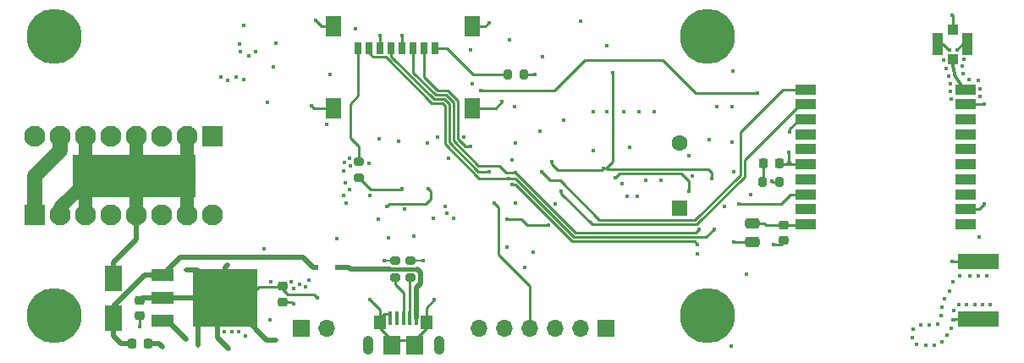
<source format=gbl>
%TF.GenerationSoftware,KiCad,Pcbnew,(6.0.5)*%
%TF.CreationDate,2023-05-13T15:18:51-04:00*%
%TF.ProjectId,SAP Mk2,53415020-4d6b-4322-9e6b-696361645f70,rev?*%
%TF.SameCoordinates,Original*%
%TF.FileFunction,Copper,L4,Bot*%
%TF.FilePolarity,Positive*%
%FSLAX46Y46*%
G04 Gerber Fmt 4.6, Leading zero omitted, Abs format (unit mm)*
G04 Created by KiCad (PCBNEW (6.0.5)) date 2023-05-13 15:18:51*
%MOMM*%
%LPD*%
G01*
G04 APERTURE LIST*
G04 Aperture macros list*
%AMRoundRect*
0 Rectangle with rounded corners*
0 $1 Rounding radius*
0 $2 $3 $4 $5 $6 $7 $8 $9 X,Y pos of 4 corners*
0 Add a 4 corners polygon primitive as box body*
4,1,4,$2,$3,$4,$5,$6,$7,$8,$9,$2,$3,0*
0 Add four circle primitives for the rounded corners*
1,1,$1+$1,$2,$3*
1,1,$1+$1,$4,$5*
1,1,$1+$1,$6,$7*
1,1,$1+$1,$8,$9*
0 Add four rect primitives between the rounded corners*
20,1,$1+$1,$2,$3,$4,$5,0*
20,1,$1+$1,$4,$5,$6,$7,0*
20,1,$1+$1,$6,$7,$8,$9,0*
20,1,$1+$1,$8,$9,$2,$3,0*%
G04 Aperture macros list end*
%TA.AperFunction,ComponentPad*%
%ADD10C,5.500000*%
%TD*%
%TA.AperFunction,SMDPad,CuDef*%
%ADD11R,4.190000X1.500000*%
%TD*%
%TA.AperFunction,ComponentPad*%
%ADD12R,1.700000X1.700000*%
%TD*%
%TA.AperFunction,ComponentPad*%
%ADD13O,1.700000X1.700000*%
%TD*%
%TA.AperFunction,SMDPad,CuDef*%
%ADD14R,0.800000X1.200000*%
%TD*%
%TA.AperFunction,SMDPad,CuDef*%
%ADD15R,1.500000X2.000000*%
%TD*%
%TA.AperFunction,SMDPad,CuDef*%
%ADD16R,0.500000X0.500000*%
%TD*%
%TA.AperFunction,SMDPad,CuDef*%
%ADD17R,1.000000X1.000000*%
%TD*%
%TA.AperFunction,SMDPad,CuDef*%
%ADD18R,1.050000X2.200000*%
%TD*%
%TA.AperFunction,SMDPad,CuDef*%
%ADD19RoundRect,0.200000X0.275000X-0.200000X0.275000X0.200000X-0.275000X0.200000X-0.275000X-0.200000X0*%
%TD*%
%TA.AperFunction,SMDPad,CuDef*%
%ADD20R,0.400000X1.400000*%
%TD*%
%TA.AperFunction,SMDPad,CuDef*%
%ADD21R,1.750000X1.900000*%
%TD*%
%TA.AperFunction,SMDPad,CuDef*%
%ADD22R,1.150000X1.450000*%
%TD*%
%TA.AperFunction,ComponentPad*%
%ADD23O,1.050000X1.900000*%
%TD*%
%TA.AperFunction,SMDPad,CuDef*%
%ADD24R,1.800000X2.500000*%
%TD*%
%TA.AperFunction,ComponentPad*%
%ADD25R,2.100000X2.100000*%
%TD*%
%TA.AperFunction,ComponentPad*%
%ADD26C,2.100000*%
%TD*%
%TA.AperFunction,SMDPad,CuDef*%
%ADD27R,2.000000X1.000000*%
%TD*%
%TA.AperFunction,SMDPad,CuDef*%
%ADD28RoundRect,0.225000X-0.250000X0.225000X-0.250000X-0.225000X0.250000X-0.225000X0.250000X0.225000X0*%
%TD*%
%TA.AperFunction,SMDPad,CuDef*%
%ADD29RoundRect,0.200000X0.200000X0.275000X-0.200000X0.275000X-0.200000X-0.275000X0.200000X-0.275000X0*%
%TD*%
%TA.AperFunction,SMDPad,CuDef*%
%ADD30R,2.200000X1.200000*%
%TD*%
%TA.AperFunction,SMDPad,CuDef*%
%ADD31R,6.400000X5.800000*%
%TD*%
%TA.AperFunction,SMDPad,CuDef*%
%ADD32RoundRect,0.218750X-0.218750X-0.256250X0.218750X-0.256250X0.218750X0.256250X-0.218750X0.256250X0*%
%TD*%
%TA.AperFunction,SMDPad,CuDef*%
%ADD33RoundRect,0.250000X-0.475000X0.250000X-0.475000X-0.250000X0.475000X-0.250000X0.475000X0.250000X0*%
%TD*%
%TA.AperFunction,SMDPad,CuDef*%
%ADD34RoundRect,0.218750X0.256250X-0.218750X0.256250X0.218750X-0.256250X0.218750X-0.256250X-0.218750X0*%
%TD*%
%TA.AperFunction,SMDPad,CuDef*%
%ADD35RoundRect,0.225000X-0.225000X-0.250000X0.225000X-0.250000X0.225000X0.250000X-0.225000X0.250000X0*%
%TD*%
%TA.AperFunction,ComponentPad*%
%ADD36R,1.600000X1.600000*%
%TD*%
%TA.AperFunction,ComponentPad*%
%ADD37C,1.600000*%
%TD*%
%TA.AperFunction,ViaPad*%
%ADD38C,0.450000*%
%TD*%
%TA.AperFunction,Conductor*%
%ADD39C,0.250000*%
%TD*%
%TA.AperFunction,Conductor*%
%ADD40C,0.500000*%
%TD*%
%TA.AperFunction,Conductor*%
%ADD41C,0.353000*%
%TD*%
%TA.AperFunction,Conductor*%
%ADD42C,1.350000*%
%TD*%
%TA.AperFunction,Conductor*%
%ADD43C,0.400000*%
%TD*%
%TA.AperFunction,Conductor*%
%ADD44C,1.500000*%
%TD*%
%TA.AperFunction,Conductor*%
%ADD45C,0.200000*%
%TD*%
G04 APERTURE END LIST*
D10*
%TO.P,REF\u002A\u002A,1*%
%TO.N,GNDREF*%
X168910000Y-133350000D03*
%TD*%
D11*
%TO.P,AE1,2,Shield*%
%TO.N,GNDREF*%
X196013492Y-127931244D03*
X196013492Y-133742815D03*
%TD*%
D10*
%TO.P,REF\u002A\u002A,1*%
%TO.N,GNDREF*%
X103505000Y-133350000D03*
%TD*%
%TO.P,REF\u002A\u002A,1*%
%TO.N,GNDREF*%
X103505000Y-105410000D03*
%TD*%
%TO.P,REF\u002A\u002A,1*%
%TO.N,GNDREF*%
X168910000Y-105410000D03*
%TD*%
D12*
%TO.P,J4,1,Pin_1*%
%TO.N,/BOOT0*%
X158750000Y-134620000D03*
D13*
%TO.P,J4,2,Pin_2*%
%TO.N,/SWCLK*%
X156210000Y-134620000D03*
%TO.P,J4,3,Pin_3*%
%TO.N,/SWDIO*%
X153670000Y-134620000D03*
%TO.P,J4,4,Pin_4*%
%TO.N,/NRST*%
X151130000Y-134620000D03*
%TO.P,J4,5,Pin_5*%
%TO.N,+3V3*%
X148590000Y-134620000D03*
%TO.P,J4,6,Pin_6*%
%TO.N,GNDREF*%
X146050000Y-134620000D03*
%TD*%
D14*
%TO.P,J6,1,DAT2*%
%TO.N,Net-(J6-Pad1)*%
X141655000Y-106595000D03*
%TO.P,J6,2,CD/DAT3*%
%TO.N,/CS_SD*%
X140555000Y-106595000D03*
%TO.P,J6,3,CMD*%
%TO.N,/MOSI*%
X139455000Y-106595000D03*
%TO.P,J6,4,VDD*%
%TO.N,+3V3*%
X138355000Y-106595000D03*
%TO.P,J6,5,CLK*%
%TO.N,/SCK*%
X137255000Y-106595000D03*
%TO.P,J6,6,VSS*%
%TO.N,GNDREF*%
X136155000Y-106595000D03*
%TO.P,J6,7,DAT0*%
%TO.N,/MISO*%
X135055000Y-106595000D03*
%TO.P,J6,8,DAT1*%
%TO.N,Net-(J6-Pad8)*%
X133955000Y-106595000D03*
D15*
%TO.P,J6,9,SHIELD*%
%TO.N,GNDREF*%
X131485000Y-104395000D03*
%TO.P,J6,10,SHIELD__1*%
X131485000Y-112595000D03*
%TO.P,J6,11,SHIELD__2*%
X145375000Y-112595000D03*
%TO.P,J6,12,SHIELD__3*%
X145375000Y-104395000D03*
%TD*%
D16*
%TO.P,D2,1,K*%
%TO.N,Net-(C3-Pad1)*%
X129710000Y-128524000D03*
%TO.P,D2,2,A*%
%TO.N,Net-(D2-Pad2)*%
X131910000Y-128524000D03*
%TD*%
D17*
%TO.P,AE2,1,A*%
%TO.N,Net-(AE2-Pad1)*%
X193422295Y-107712749D03*
D18*
%TO.P,AE2,2,Shield*%
%TO.N,GNDREF*%
X194897295Y-106212749D03*
D17*
X193422295Y-104712749D03*
D18*
X191947295Y-106212749D03*
%TD*%
D19*
%TO.P,R36,1*%
%TO.N,+3V3*%
X133985000Y-119570000D03*
%TO.P,R36,2*%
%TO.N,Net-(J6-Pad8)*%
X133985000Y-117920000D03*
%TD*%
D20*
%TO.P,J1,1,VBUS*%
%TO.N,Net-(D2-Pad2)*%
X139773400Y-133646400D03*
%TO.P,J1,2,D-*%
%TO.N,Net-(J1-Pad2)*%
X139123400Y-133646400D03*
%TO.P,J1,3,D+*%
%TO.N,Net-(J1-Pad3)*%
X138473400Y-133646400D03*
%TO.P,J1,4,ID*%
%TO.N,unconnected-(J1-Pad4)*%
X137823400Y-133646400D03*
%TO.P,J1,5,GND*%
%TO.N,GNDREF*%
X137173400Y-133646400D03*
D21*
%TO.P,J1,6,Shield*%
X137348400Y-136296400D03*
X139598400Y-136296400D03*
D22*
X140793400Y-134066400D03*
D23*
X134898400Y-136296400D03*
X142048400Y-136296400D03*
D22*
X136153400Y-134066400D03*
%TD*%
D24*
%TO.P,D1,1,K*%
%TO.N,Net-(C3-Pad1)*%
X109474000Y-133622800D03*
%TO.P,D1,2,A*%
%TO.N,/SW+*%
X109474000Y-129622800D03*
%TD*%
D25*
%TO.P,J3,1,Pin_1*%
%TO.N,/LIPO+*%
X101600000Y-123310000D03*
D26*
%TO.P,J3,2,Pin_2*%
%TO.N,/SW+*%
X104140000Y-123310000D03*
%TO.P,J3,3,Pin_3*%
X106680000Y-123310000D03*
%TO.P,J3,4,Pin_4*%
%TO.N,/FIRE1*%
X109220000Y-123310000D03*
%TO.P,J3,5,Pin_5*%
%TO.N,/SW+*%
X111760000Y-123310000D03*
%TO.P,J3,6,Pin_6*%
%TO.N,/FIRE2*%
X114300000Y-123310000D03*
%TO.P,J3,7,Pin_7*%
%TO.N,/SW+*%
X116840000Y-123310000D03*
%TO.P,J3,8,Pin_8*%
%TO.N,/FIRE3*%
X119380000Y-123310000D03*
%TD*%
D27*
%TO.P,U7,P$1,VCC*%
%TO.N,Net-(C19-Pad1)*%
X178690000Y-124225000D03*
%TO.P,U7,P$2,NRESET*%
%TO.N,unconnected-(U7-PadP$2)*%
X178690000Y-122725000D03*
%TO.P,U7,P$3,GND@1*%
%TO.N,GNDREF*%
X178690000Y-121225000D03*
%TO.P,U7,P$4,VBACKUP*%
%TO.N,unconnected-(U7-PadP$4)*%
X178690000Y-119725000D03*
%TO.P,U7,P$5,3D-FIX*%
%TO.N,/FIX*%
X178690000Y-118225000D03*
%TO.P,U7,P$6,NC@1*%
%TO.N,unconnected-(U7-PadP$6)*%
X178690000Y-116725000D03*
%TO.P,U7,P$7,NC@2*%
%TO.N,unconnected-(U7-PadP$7)*%
X178690000Y-115225000D03*
%TO.P,U7,P$8,GND@2*%
%TO.N,GNDREF*%
X178690000Y-113725000D03*
%TO.P,U7,P$9,TX*%
%TO.N,/RX1*%
X178690000Y-112225000D03*
%TO.P,U7,P$10,RX*%
%TO.N,/TX1*%
X178690000Y-110725000D03*
%TO.P,U7,P$11,EX_ANT*%
%TO.N,Net-(AE2-Pad1)*%
X194690000Y-110725000D03*
%TO.P,U7,P$12,GND@3*%
%TO.N,GNDREF*%
X194690000Y-112225000D03*
%TO.P,U7,P$13,1PPS*%
%TO.N,unconnected-(U7-PadP$13)*%
X194690000Y-113725000D03*
%TO.P,U7,P$14,RTCM*%
%TO.N,unconnected-(U7-PadP$14)*%
X194690000Y-115225000D03*
%TO.P,U7,P$15,NC@3*%
%TO.N,unconnected-(U7-PadP$15)*%
X194690000Y-116725000D03*
%TO.P,U7,P$16,NC@4*%
%TO.N,unconnected-(U7-PadP$16)*%
X194690000Y-118225000D03*
%TO.P,U7,P$17,NC@5*%
%TO.N,unconnected-(U7-PadP$17)*%
X194690000Y-119725000D03*
%TO.P,U7,P$18,NC@6*%
%TO.N,unconnected-(U7-PadP$18)*%
X194690000Y-121225000D03*
%TO.P,U7,P$19,GND@4*%
%TO.N,GNDREF*%
X194690000Y-122725000D03*
%TO.P,U7,P$20,NC@7*%
%TO.N,unconnected-(U7-PadP$20)*%
X194690000Y-124225000D03*
%TD*%
D12*
%TO.P,J5,1,Pin_1*%
%TO.N,/SERVO1*%
X128270000Y-134620000D03*
D13*
%TO.P,J5,2,Pin_2*%
%TO.N,/SERVO2*%
X130810000Y-134620000D03*
%TD*%
D19*
%TO.P,R8,1*%
%TO.N,Net-(J1-Pad2)*%
X139192000Y-129540000D03*
%TO.P,R8,2*%
%TO.N,/D-*%
X139192000Y-127890000D03*
%TD*%
%TO.P,R7,1*%
%TO.N,Net-(J1-Pad3)*%
X137668000Y-129540000D03*
%TO.P,R7,2*%
%TO.N,/D+*%
X137668000Y-127890000D03*
%TD*%
D28*
%TO.P,C6,1*%
%TO.N,+3V3*%
X112115600Y-131813000D03*
%TO.P,C6,2*%
%TO.N,GNDREF*%
X112115600Y-133363000D03*
%TD*%
D29*
%TO.P,R9,1*%
%TO.N,GNDREF*%
X176085000Y-120015000D03*
%TO.P,R9,2*%
%TO.N,Net-(D4-Pad1)*%
X174435000Y-120015000D03*
%TD*%
D30*
%TO.P,U1,1,GND*%
%TO.N,GNDREF*%
X114350000Y-133902800D03*
%TO.P,U1,2,VO*%
%TO.N,+3V3*%
X114350000Y-131622800D03*
D31*
X120650000Y-131622800D03*
D30*
%TO.P,U1,3,VI*%
%TO.N,Net-(C3-Pad1)*%
X114350000Y-129342800D03*
%TD*%
D32*
%TO.P,D4,1,K*%
%TO.N,Net-(D4-Pad1)*%
X174472500Y-118110000D03*
%TO.P,D4,2,A*%
%TO.N,/FIX*%
X176047500Y-118110000D03*
%TD*%
D33*
%TO.P,FB1,1*%
%TO.N,Net-(C19-Pad1)*%
X173355000Y-124145000D03*
%TO.P,FB1,2*%
%TO.N,+3V3*%
X173355000Y-126045000D03*
%TD*%
D28*
%TO.P,C19,1*%
%TO.N,Net-(C19-Pad1)*%
X176530000Y-124320000D03*
%TO.P,C19,2*%
%TO.N,GNDREF*%
X176530000Y-125870000D03*
%TD*%
D34*
%TO.P,D3,1,K*%
%TO.N,GNDREF*%
X126365000Y-131978500D03*
%TO.P,D3,2,A*%
%TO.N,+3V3*%
X126365000Y-130403500D03*
%TD*%
D35*
%TO.P,C3,1*%
%TO.N,Net-(C3-Pad1)*%
X111340600Y-136144000D03*
%TO.P,C3,2*%
%TO.N,GNDREF*%
X112890600Y-136144000D03*
%TD*%
D29*
%TO.P,R37,1*%
%TO.N,+3V3*%
X150558000Y-109220000D03*
%TO.P,R37,2*%
%TO.N,Net-(J6-Pad1)*%
X148908000Y-109220000D03*
%TD*%
D25*
%TO.P,J2,1,Pin_1*%
%TO.N,/FIRE4*%
X119383547Y-115435154D03*
D26*
%TO.P,J2,2,Pin_2*%
%TO.N,/SW+*%
X116843547Y-115435154D03*
%TO.P,J2,3,Pin_3*%
%TO.N,/FIRE5*%
X114303547Y-115435154D03*
%TO.P,J2,4,Pin_4*%
%TO.N,/SW+*%
X111763547Y-115435154D03*
%TO.P,J2,5,Pin_5*%
%TO.N,/FIRE6*%
X109223547Y-115435154D03*
%TO.P,J2,6,Pin_6*%
%TO.N,/SW+*%
X106683547Y-115435154D03*
%TO.P,J2,7,Pin_7*%
%TO.N,/LIPO+*%
X104143547Y-115435154D03*
%TO.P,J2,8,Pin_8*%
%TO.N,GNDREF*%
X101603547Y-115435154D03*
%TD*%
D36*
%TO.P,LS1,1,1*%
%TO.N,Net-(LS1-Pad1)*%
X166116000Y-122630000D03*
D37*
%TO.P,LS1,2,2*%
%TO.N,GNDREF*%
X166116000Y-116130000D03*
%TD*%
D38*
%TO.N,GNDREF*%
X127482600Y-130632200D03*
X193141600Y-130911600D03*
X131826000Y-125628400D03*
X193471800Y-133807200D03*
X141579600Y-131775200D03*
X162052000Y-112979200D03*
X171545200Y-118980000D03*
X148336000Y-111963200D03*
X195097400Y-129387600D03*
X138572421Y-122701300D03*
X189357000Y-135534400D03*
X132461000Y-118872000D03*
X133146800Y-118414800D03*
X196443600Y-132232400D03*
X149656800Y-116128800D03*
X135991600Y-123748800D03*
X127203200Y-129946400D03*
X122097800Y-106172000D03*
X150571200Y-128524000D03*
X133654800Y-104698800D03*
X193243200Y-111658400D03*
X195630800Y-132232400D03*
X193827400Y-106781600D03*
X124510800Y-126695200D03*
X196596000Y-112217200D03*
X193497200Y-132892800D03*
X145186400Y-106781600D03*
X132537200Y-118008400D03*
X195961000Y-129387600D03*
X194792600Y-132232400D03*
X122174000Y-106934000D03*
X135026400Y-118110000D03*
X130759200Y-114198400D03*
X192989200Y-109423200D03*
X162712400Y-119837200D03*
X193217800Y-110921800D03*
X142951200Y-117652800D03*
X140868400Y-116128800D03*
X120904000Y-109829600D03*
X189839600Y-136245600D03*
X157480000Y-112928400D03*
X128981200Y-129813300D03*
X193065400Y-106781600D03*
X132740400Y-122072400D03*
X147015200Y-104089200D03*
X135077200Y-131724400D03*
X136967478Y-125544003D03*
X120507064Y-134966285D03*
X163576000Y-112979200D03*
X192227200Y-133400800D03*
X194462400Y-109194600D03*
X192811400Y-135331200D03*
X191109600Y-134289800D03*
X177139600Y-114960400D03*
X132689600Y-120091200D03*
X191947800Y-134188200D03*
X122529600Y-104343200D03*
X136042400Y-115671600D03*
X192760600Y-108661200D03*
X196824600Y-129387600D03*
X124866400Y-112064800D03*
X175463200Y-126288800D03*
X192494752Y-107824392D03*
X133119884Y-117599464D03*
X171339000Y-112429800D03*
X195986400Y-109855000D03*
X121269064Y-134966285D03*
X173228000Y-121259600D03*
X122478800Y-109778800D03*
X136144000Y-105308400D03*
X158800800Y-112979200D03*
X125476000Y-108458000D03*
X193167000Y-110159800D03*
X128066800Y-130200400D03*
X193421000Y-129997200D03*
X164236400Y-119837200D03*
X189433200Y-134721600D03*
X133096000Y-120751600D03*
X194005200Y-132283200D03*
X123672600Y-106984800D03*
X121716800Y-109474000D03*
X197205600Y-132232400D03*
X169824400Y-112420400D03*
X192328800Y-135991600D03*
X122682000Y-135382000D03*
X116738400Y-135737600D03*
X194360800Y-108432600D03*
X125120400Y-133756400D03*
X129286000Y-112369600D03*
X192328800Y-132511800D03*
X190703200Y-136296400D03*
X120243600Y-109474000D03*
X193399039Y-127917839D03*
X175310800Y-119938800D03*
X122986800Y-107340400D03*
X191541400Y-136296400D03*
X125679200Y-106117220D03*
X196138800Y-110667800D03*
X148844000Y-126542800D03*
X196037200Y-125526800D03*
X128707303Y-130485303D03*
X193243200Y-134620000D03*
X196138800Y-111455200D03*
X125171200Y-129946400D03*
X135077200Y-121310400D03*
X172059600Y-122224800D03*
X129692400Y-103784400D03*
X131165600Y-109220000D03*
X112117984Y-134470652D03*
X196596000Y-122174000D03*
X121980264Y-134956819D03*
X190195200Y-134315200D03*
X194513200Y-107696000D03*
X167386000Y-119380000D03*
X160528000Y-112979200D03*
X156210000Y-103886000D03*
X192557400Y-131648200D03*
X195021200Y-109728000D03*
X132486400Y-121310400D03*
X145389600Y-110185200D03*
X154533600Y-113792000D03*
X193395600Y-103276400D03*
X114401600Y-136499600D03*
X194106800Y-129387600D03*
X127457200Y-132181600D03*
%TO.N,+3V3*%
X120904000Y-128270000D03*
X138023600Y-115925600D03*
X149047200Y-105765600D03*
X171551600Y-126034800D03*
X153619200Y-122174000D03*
X171399200Y-108915200D03*
X152400000Y-107492800D03*
X116738400Y-128828800D03*
X138355000Y-105383400D03*
X129895600Y-131622800D03*
X161112200Y-116509800D03*
X141884400Y-115519200D03*
X151485600Y-127050800D03*
X152146000Y-114909600D03*
X171297600Y-136398000D03*
X138328400Y-120657300D03*
X167843200Y-127203200D03*
X120954639Y-136698141D03*
X151638000Y-109220000D03*
X157480000Y-116840000D03*
X117906800Y-136347200D03*
X149606000Y-112471200D03*
X158800800Y-106375200D03*
X125730000Y-135788400D03*
X170586400Y-122428000D03*
X139496800Y-125374400D03*
X169074600Y-115761000D03*
X171348400Y-116027200D03*
%TO.N,/NRST*%
X147523200Y-122123200D03*
%TO.N,/BOOT0*%
X149352000Y-117805200D03*
%TO.N,/CS_SD*%
X145161000Y-116459000D03*
%TO.N,/MOSI*%
X149707600Y-119024400D03*
X168021000Y-124764800D03*
%TO.N,/SCK*%
X147066000Y-118999000D03*
X167894000Y-126238000D03*
X149350193Y-120259620D03*
%TO.N,/MISO*%
X148971000Y-119634000D03*
X169545000Y-124714000D03*
%TO.N,Net-(LS1-Pad1)*%
X148844000Y-123698000D03*
X152958800Y-124339100D03*
%TO.N,/D+*%
X136525000Y-127889000D03*
%TO.N,/D-*%
X140462000Y-127889000D03*
%TO.N,/SCL*%
X158445200Y-118637300D03*
X159385000Y-109093000D03*
X169332400Y-119634000D03*
X153339800Y-117957600D03*
%TO.N,/SDA*%
X159703400Y-119595000D03*
X167021000Y-120904000D03*
%TO.N,/SENSE1*%
X136804400Y-122421700D03*
X140970000Y-120650000D03*
%TO.N,/HighG_INT*%
X167019314Y-117380000D03*
X141478000Y-123647200D03*
%TO.N,/IMU_IM*%
X160324800Y-120142000D03*
X143510000Y-123647200D03*
%TO.N,/IMU_I1*%
X142622864Y-122423157D03*
X160832800Y-121412000D03*
%TO.N,/IMU_I2*%
X161899600Y-121462800D03*
X142798800Y-123164600D03*
%TO.N,/CS_LoRa*%
X172821600Y-129235200D03*
X144526000Y-115468400D03*
%TO.N,/CS_FL*%
X173863000Y-111125000D03*
X146177000Y-110871000D03*
%TO.N,/FIX*%
X177038000Y-116992400D03*
X149656800Y-122123200D03*
%TO.N,/TX1*%
X152298400Y-118973600D03*
%TO.N,/RX1*%
X154279600Y-120904000D03*
%TD*%
D39*
%TO.N,Net-(LS1-Pad1)*%
X150241000Y-123698000D02*
X148844000Y-123698000D01*
X152958800Y-124339100D02*
X150882100Y-124339100D01*
X150882100Y-124339100D02*
X150241000Y-123698000D01*
%TO.N,/SCL*%
X153339800Y-118186200D02*
X153339800Y-117957600D01*
X158464500Y-118618000D02*
X158750000Y-118618000D01*
X158445200Y-118637300D02*
X158312100Y-118770400D01*
X158312100Y-118770400D02*
X153924000Y-118770400D01*
X153924000Y-118770400D02*
X153339800Y-118186200D01*
X158445200Y-118637300D02*
X158464500Y-118618000D01*
%TO.N,/SENSE1*%
X140716000Y-122174000D02*
X141224000Y-121666000D01*
X137052100Y-122174000D02*
X140716000Y-122174000D01*
X136804400Y-122421700D02*
X137052100Y-122174000D01*
X141224000Y-121666000D02*
X141224000Y-120904000D01*
X141224000Y-120904000D02*
X140970000Y-120650000D01*
%TO.N,/MOSI*%
X139455000Y-109040678D02*
X139455000Y-106595000D01*
X141682422Y-111268100D02*
X139455000Y-109040678D01*
X142733422Y-111268100D02*
X141682422Y-111268100D01*
X143475640Y-112010319D02*
X142733422Y-111268100D01*
X143475640Y-115850996D02*
X143475640Y-112010319D01*
X145988644Y-118364000D02*
X143475640Y-115850996D01*
X149707600Y-119024400D02*
X148742400Y-119024400D01*
X167690800Y-125095000D02*
X168021000Y-124764800D01*
X155702000Y-125095000D02*
X167690800Y-125095000D01*
X148082000Y-118364000D02*
X145988644Y-118364000D01*
X149707600Y-119100600D02*
X155702000Y-125095000D01*
X149707600Y-119024400D02*
X149707600Y-119100600D01*
X148742400Y-119024400D02*
X148082000Y-118364000D01*
%TO.N,/FIX*%
X176987200Y-116992400D02*
X176987200Y-117957600D01*
%TO.N,+3V3*%
X135166600Y-120751600D02*
X133985000Y-119570000D01*
X138328400Y-120657300D02*
X138234100Y-120751600D01*
X138234100Y-120751600D02*
X135166600Y-120751600D01*
%TO.N,GNDREF*%
X127254100Y-131978500D02*
X126365000Y-131978500D01*
X127457200Y-132181600D02*
X127254100Y-131978500D01*
X193040000Y-106781600D02*
X193065400Y-106781600D01*
X192471149Y-106212749D02*
X193040000Y-106781600D01*
X194396251Y-106212749D02*
X193827400Y-106781600D01*
X194897295Y-106212749D02*
X194396251Y-106212749D01*
X177225000Y-121225000D02*
X178690000Y-121225000D01*
X176225200Y-122224800D02*
X177225000Y-121225000D01*
X172059600Y-122224800D02*
X176225200Y-122224800D01*
X140750000Y-133590000D02*
X140750000Y-134625000D01*
X147704200Y-112595000D02*
X148336000Y-111963200D01*
X196116236Y-127917839D02*
X193399039Y-127917839D01*
X191947295Y-106212749D02*
X192471149Y-106212749D01*
X137305000Y-135820000D02*
X139555000Y-135820000D01*
X194690000Y-122725000D02*
X196045000Y-122725000D01*
X137130000Y-133170000D02*
X136530000Y-133170000D01*
X112115600Y-133363000D02*
X112117984Y-134470652D01*
X129511400Y-112595000D02*
X129286000Y-112369600D01*
X193625790Y-133729410D02*
X193548000Y-133807200D01*
X136110000Y-133590000D02*
X136110000Y-132757200D01*
X196045000Y-122725000D02*
X196596000Y-122174000D01*
X196596000Y-112217200D02*
X196588200Y-112225000D01*
X194690000Y-112225000D02*
X196588200Y-112225000D01*
X175387000Y-120015000D02*
X175310800Y-119938800D01*
X176225200Y-126288800D02*
X175463200Y-126288800D01*
X176085000Y-120015000D02*
X175387000Y-120015000D01*
X140750000Y-133590000D02*
X140750000Y-132604800D01*
X145375000Y-112595000D02*
X147704200Y-112595000D01*
X136110000Y-132757200D02*
X135077200Y-131724400D01*
D40*
X114046000Y-136144000D02*
X114401600Y-136499600D01*
D39*
X140750000Y-134625000D02*
X139555000Y-135820000D01*
X130303000Y-104395000D02*
X129692400Y-103784400D01*
X131485000Y-112595000D02*
X129511400Y-112595000D01*
X146658600Y-104395000D02*
X147015200Y-104089200D01*
X193422295Y-103303095D02*
X193395600Y-103276400D01*
D40*
X114350000Y-133902800D02*
X114903600Y-133902800D01*
D39*
X176530000Y-125984000D02*
X176225200Y-126288800D01*
X136110000Y-133590000D02*
X136110000Y-134625000D01*
X176530000Y-125870000D02*
X176530000Y-125984000D01*
X136110000Y-134625000D02*
X137305000Y-135820000D01*
X136155000Y-106595000D02*
X136155000Y-105319400D01*
D40*
X114903600Y-133902800D02*
X116738400Y-135737600D01*
D39*
X145375000Y-104395000D02*
X146658600Y-104395000D01*
X196116236Y-133729410D02*
X193625790Y-133729410D01*
X140750000Y-132604800D02*
X141579600Y-131775200D01*
X178690000Y-113725000D02*
X178085378Y-113725000D01*
X193422295Y-104712749D02*
X193422295Y-103303095D01*
X177139600Y-114670778D02*
X177139600Y-114960400D01*
D40*
X112890600Y-136144000D02*
X114046000Y-136144000D01*
D39*
X178085378Y-113725000D02*
X177139600Y-114670778D01*
X131485000Y-104395000D02*
X130303000Y-104395000D01*
X136530000Y-133170000D02*
X136110000Y-133590000D01*
%TO.N,Net-(AE2-Pad1)*%
X193422295Y-107712749D02*
X193422295Y-108214654D01*
X194300975Y-110335975D02*
X194690000Y-110725000D01*
D41*
X193422329Y-108214654D02*
G75*
G03*
X194300975Y-110335975I2999971J-46D01*
G01*
D39*
%TO.N,+3V3*%
X123977500Y-130530500D02*
X122885200Y-131622800D01*
X138355000Y-106595000D02*
X138355000Y-105383400D01*
D40*
X120650000Y-131622800D02*
X117906800Y-134366000D01*
D39*
X126898400Y-131267200D02*
X129540000Y-131267200D01*
D40*
X119837200Y-135585200D02*
X120954800Y-136702800D01*
X119837200Y-132435600D02*
X119837200Y-135585200D01*
D39*
X126365000Y-130733800D02*
X126898400Y-131267200D01*
D40*
X117906800Y-134366000D02*
X117906800Y-136347200D01*
D39*
X126365000Y-130403500D02*
X126365000Y-130733800D01*
D40*
X120650000Y-128524000D02*
X120904000Y-128270000D01*
X112305800Y-131622800D02*
X112115600Y-131813000D01*
X114350000Y-131622800D02*
X119129502Y-131622800D01*
D39*
X173355000Y-126045000D02*
X171561800Y-126045000D01*
D40*
X114350000Y-131622800D02*
X112305800Y-131622800D01*
X124815600Y-135788400D02*
X125730000Y-135788400D01*
D39*
X150558000Y-109220000D02*
X151638000Y-109220000D01*
X126365000Y-130530500D02*
X123977500Y-130530500D01*
D40*
X120650000Y-131622800D02*
X124815600Y-135788400D01*
D39*
X120650000Y-131622800D02*
X119837200Y-132435600D01*
X171561800Y-126045000D02*
X171551600Y-126034800D01*
D40*
X117856000Y-128828800D02*
X116738400Y-128828800D01*
X120650000Y-131622800D02*
X117856000Y-128828800D01*
X120650000Y-131622800D02*
X120650000Y-128524000D01*
D39*
X129540000Y-131267200D02*
X129895600Y-131622800D01*
X122885200Y-131622800D02*
X120650000Y-131622800D01*
D40*
%TO.N,Net-(C3-Pad1)*%
X116184800Y-127508000D02*
X128397000Y-127508000D01*
X114350000Y-129342800D02*
X112573587Y-129342800D01*
X128397000Y-127508000D02*
X129413000Y-128524000D01*
X112573587Y-129342800D02*
X109474000Y-132442387D01*
X109474000Y-135382000D02*
X110236000Y-136144000D01*
X129413000Y-128524000D02*
X129710000Y-128524000D01*
X114350000Y-129342800D02*
X116184800Y-127508000D01*
X110236000Y-136144000D02*
X111340600Y-136144000D01*
X109474000Y-132442387D02*
X109474000Y-133622800D01*
X109474000Y-133622800D02*
X109474000Y-135382000D01*
D39*
%TO.N,/NRST*%
X147955000Y-127254000D02*
X147955000Y-122555000D01*
X151130000Y-130429000D02*
X151130000Y-134620000D01*
X147955000Y-127254000D02*
X151130000Y-130429000D01*
X147955000Y-122555000D02*
X147523200Y-122123200D01*
D42*
%TO.N,/SW+*%
X106680000Y-123310000D02*
X106680000Y-120650000D01*
D39*
X116843547Y-118741453D02*
X116840000Y-118745000D01*
D42*
X116843547Y-115435154D02*
X116843547Y-118741453D01*
X116840000Y-123310000D02*
X116840000Y-120015000D01*
X106045000Y-120650000D02*
X104140000Y-122555000D01*
X104140000Y-122555000D02*
X104140000Y-123310000D01*
X106683547Y-115435154D02*
X106683547Y-118741453D01*
X111763547Y-115435154D02*
X111763547Y-118741453D01*
X106680000Y-120650000D02*
X106045000Y-120650000D01*
D40*
X109474000Y-129622800D02*
X109474000Y-128016000D01*
X111760000Y-125730000D02*
X111760000Y-123310000D01*
D42*
X111760000Y-123310000D02*
X111760000Y-120650000D01*
D40*
X109474000Y-128016000D02*
X111760000Y-125730000D01*
%TO.N,Net-(D2-Pad2)*%
X139863546Y-128733520D02*
X140208000Y-129077974D01*
X133186515Y-128687485D02*
X137103321Y-128687485D01*
X140208000Y-129077974D02*
X140208000Y-130175000D01*
X133186515Y-128687485D02*
X133023030Y-128524000D01*
X139773400Y-130609600D02*
X139773400Y-133646400D01*
D43*
X139773527Y-128705424D02*
X137062837Y-128705424D01*
D40*
X140208000Y-130175000D02*
X139773400Y-130609600D01*
X133023030Y-128524000D02*
X131910000Y-128524000D01*
D39*
%TO.N,Net-(D4-Pad1)*%
X174472500Y-119977500D02*
X174435000Y-120015000D01*
X174472500Y-118110000D02*
X174472500Y-119977500D01*
%TO.N,Net-(J1-Pad2)*%
X139090400Y-133613400D02*
X139123400Y-133646400D01*
X139090400Y-129641600D02*
X139090400Y-133613400D01*
X139192000Y-129540000D02*
X139090400Y-129641600D01*
%TO.N,Net-(J1-Pad3)*%
X137668000Y-129540000D02*
X137668000Y-130242647D01*
X138473400Y-131048047D02*
X138473400Y-133646400D01*
X137668000Y-130242647D02*
X138473400Y-131048047D01*
D44*
%TO.N,/LIPO+*%
X104140000Y-115438701D02*
X104140000Y-116840000D01*
D39*
X104143547Y-115435154D02*
X104140000Y-115438701D01*
D44*
X104140000Y-116840000D02*
X101600000Y-119380000D01*
X101600000Y-119380000D02*
X101600000Y-123310000D01*
D39*
%TO.N,Net-(J6-Pad1)*%
X142790000Y-106595000D02*
X145415000Y-109220000D01*
X141655000Y-106595000D02*
X142790000Y-106595000D01*
X145415000Y-109220000D02*
X148908000Y-109220000D01*
%TO.N,/CS_SD*%
X140555000Y-109536356D02*
X141859424Y-110840780D01*
X141859424Y-110840780D02*
X142910423Y-110840780D01*
X144687966Y-116459000D02*
X145161000Y-116459000D01*
X143902960Y-111833317D02*
X143902960Y-115673994D01*
X140555000Y-106595000D02*
X140555000Y-109536356D01*
X144670483Y-116441517D02*
X144687966Y-116459000D01*
X143902960Y-115673994D02*
X144670483Y-116441517D01*
X142910423Y-110840780D02*
X143902960Y-111833317D01*
%TO.N,/SCK*%
X137255000Y-107445000D02*
X141505420Y-111695420D01*
X143048320Y-112187320D02*
X143048320Y-116027998D01*
X167605640Y-125949640D02*
X155347997Y-125949640D01*
X155347997Y-125949640D02*
X149657978Y-120259620D01*
X141505420Y-111695420D02*
X142556420Y-111695420D01*
X149657978Y-120259620D02*
X149350193Y-120259620D01*
X142556420Y-111695420D02*
X143048320Y-112187320D01*
X137255000Y-106595000D02*
X137255000Y-107445000D01*
X145971161Y-118950839D02*
X146019322Y-118999000D01*
X167894000Y-126238000D02*
X167605640Y-125949640D01*
X146019322Y-118999000D02*
X147066000Y-118999000D01*
X143048320Y-116027998D02*
X145971161Y-118950839D01*
%TO.N,/MISO*%
X141328418Y-112122740D02*
X142348740Y-112122740D01*
X168736680Y-125522320D02*
X169545000Y-124714000D01*
X155524999Y-125522320D02*
X168736680Y-125522320D01*
X142348740Y-112122740D02*
X142621000Y-112395000D01*
X149636678Y-119634000D02*
X155524999Y-125522320D01*
X135055000Y-107099622D02*
X135452689Y-107497311D01*
X135055000Y-106595000D02*
X135055000Y-107099622D01*
X142621000Y-116205000D02*
X146050000Y-119634000D01*
X146050000Y-119634000D02*
X148971000Y-119634000D01*
X148971000Y-119634000D02*
X149636678Y-119634000D01*
X142621000Y-112395000D02*
X142621000Y-116205000D01*
X135452689Y-107497311D02*
X136702989Y-107497311D01*
X136702989Y-107497311D02*
X141328418Y-112122740D01*
%TO.N,Net-(J6-Pad8)*%
X133955000Y-106595000D02*
X133955000Y-111391256D01*
X133955000Y-111391256D02*
X133150280Y-112195976D01*
X133150280Y-115624280D02*
X133985000Y-116459000D01*
X133985000Y-116459000D02*
X133985000Y-117920000D01*
X133150280Y-112195976D02*
X133150280Y-115624280D01*
D45*
%TO.N,/D+*%
X136526000Y-127890000D02*
X136525000Y-127889000D01*
X137668000Y-127890000D02*
X136526000Y-127890000D01*
%TO.N,/D-*%
X139192000Y-127890000D02*
X140461000Y-127890000D01*
X140461000Y-127890000D02*
X140462000Y-127889000D01*
D39*
%TO.N,/SCL*%
X168976800Y-118745000D02*
X158877000Y-118745000D01*
X159385000Y-117983000D02*
X159385000Y-109093000D01*
X158750000Y-118618000D02*
X159385000Y-117983000D01*
X158877000Y-118745000D02*
X158750000Y-118618000D01*
X169332400Y-119100600D02*
X169332400Y-119634000D01*
X168976800Y-118745000D02*
X169332400Y-119100600D01*
%TO.N,/SDA*%
X160126080Y-119172320D02*
X166305320Y-119172320D01*
X167021000Y-119888000D02*
X167021000Y-120904000D01*
X159703400Y-119595000D02*
X160126080Y-119172320D01*
X166305320Y-119172320D02*
X167021000Y-119888000D01*
%TO.N,/CS_FL*%
X153543000Y-110871000D02*
X156591000Y-107823000D01*
X164401500Y-107823000D02*
X167703500Y-111125000D01*
X146177000Y-110871000D02*
X153543000Y-110871000D01*
X156591000Y-107823000D02*
X164401500Y-107823000D01*
X167703500Y-111125000D02*
X173863000Y-111125000D01*
%TO.N,/FIX*%
X176047500Y-118110000D02*
X176162500Y-118225000D01*
X176987200Y-117957600D02*
X177241200Y-118211600D01*
X176162500Y-118225000D02*
X176719800Y-118225000D01*
X176719800Y-118225000D02*
X177177000Y-118225000D01*
X177177000Y-118225000D02*
X178690000Y-118225000D01*
X176987200Y-117957600D02*
X176719800Y-118225000D01*
%TO.N,/TX1*%
X176396600Y-110725000D02*
X172161200Y-114960400D01*
X153162000Y-119837200D02*
X152298400Y-118973600D01*
X153162000Y-119837200D02*
X154127200Y-119837200D01*
X154127200Y-119837200D02*
X158089600Y-123799600D01*
X167640000Y-123799600D02*
X158089600Y-123799600D01*
X178690000Y-110725000D02*
X176396600Y-110725000D01*
X172161200Y-119278400D02*
X167640000Y-123799600D01*
X172161200Y-114960400D02*
X172161200Y-119278400D01*
%TO.N,/RX1*%
X154279600Y-121158000D02*
X154279600Y-120904000D01*
X167817001Y-124226920D02*
X157348520Y-124226920D01*
X154279600Y-121158000D02*
X157348520Y-124226920D01*
X178690000Y-112225000D02*
X178190000Y-112225000D01*
X178190000Y-112225000D02*
X172588520Y-117826480D01*
X172588520Y-117826480D02*
X172588520Y-119455401D01*
X172588520Y-119455401D02*
X167817001Y-124226920D01*
%TO.N,Net-(C19-Pad1)*%
X173355000Y-124145000D02*
X174589400Y-124145000D01*
X176530000Y-124320000D02*
X178595000Y-124320000D01*
X178595000Y-124320000D02*
X178690000Y-124225000D01*
X174764400Y-124320000D02*
X176530000Y-124320000D01*
X174589400Y-124145000D02*
X174764400Y-124320000D01*
%TD*%
%TA.AperFunction,Conductor*%
%TO.N,/SW+*%
G36*
X117594921Y-117266402D02*
G01*
X117641414Y-117320058D01*
X117652800Y-117372400D01*
X117652800Y-121387600D01*
X117632798Y-121455721D01*
X117579142Y-121502214D01*
X117526800Y-121513600D01*
X105510600Y-121513600D01*
X105442479Y-121493598D01*
X105395986Y-121439942D01*
X105384600Y-121387600D01*
X105384600Y-117372400D01*
X105404602Y-117304279D01*
X105458258Y-117257786D01*
X105510600Y-117246400D01*
X117526800Y-117246400D01*
X117594921Y-117266402D01*
G37*
%TD.AperFunction*%
%TD*%
M02*

</source>
